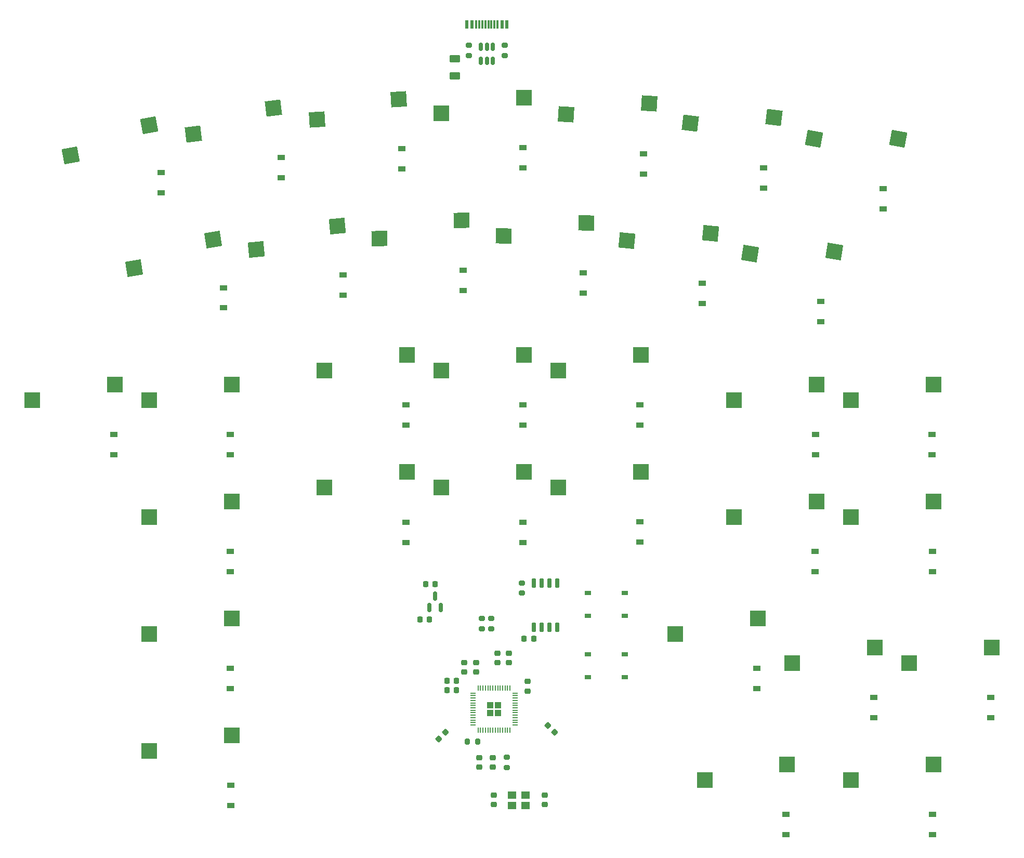
<source format=gbr>
%TF.GenerationSoftware,KiCad,Pcbnew,(6.0.1)*%
%TF.CreationDate,2023-02-18T19:59:15-08:00*%
%TF.ProjectId,StealthPad,53746561-6c74-4685-9061-642e6b696361,rev?*%
%TF.SameCoordinates,Original*%
%TF.FileFunction,Paste,Bot*%
%TF.FilePolarity,Positive*%
%FSLAX46Y46*%
G04 Gerber Fmt 4.6, Leading zero omitted, Abs format (unit mm)*
G04 Created by KiCad (PCBNEW (6.0.1)) date 2023-02-18 19:59:15*
%MOMM*%
%LPD*%
G01*
G04 APERTURE LIST*
G04 Aperture macros list*
%AMRoundRect*
0 Rectangle with rounded corners*
0 $1 Rounding radius*
0 $2 $3 $4 $5 $6 $7 $8 $9 X,Y pos of 4 corners*
0 Add a 4 corners polygon primitive as box body*
4,1,4,$2,$3,$4,$5,$6,$7,$8,$9,$2,$3,0*
0 Add four circle primitives for the rounded corners*
1,1,$1+$1,$2,$3*
1,1,$1+$1,$4,$5*
1,1,$1+$1,$6,$7*
1,1,$1+$1,$8,$9*
0 Add four rect primitives between the rounded corners*
20,1,$1+$1,$2,$3,$4,$5,0*
20,1,$1+$1,$4,$5,$6,$7,0*
20,1,$1+$1,$6,$7,$8,$9,0*
20,1,$1+$1,$8,$9,$2,$3,0*%
%AMRotRect*
0 Rectangle, with rotation*
0 The origin of the aperture is its center*
0 $1 length*
0 $2 width*
0 $3 Rotation angle, in degrees counterclockwise*
0 Add horizontal line*
21,1,$1,$2,0,0,$3*%
G04 Aperture macros list end*
%ADD10R,1.200000X0.900000*%
%ADD11R,2.550000X2.500000*%
%ADD12RoundRect,0.225000X0.250000X-0.225000X0.250000X0.225000X-0.250000X0.225000X-0.250000X-0.225000X0*%
%ADD13RoundRect,0.200000X0.275000X-0.200000X0.275000X0.200000X-0.275000X0.200000X-0.275000X-0.200000X0*%
%ADD14RoundRect,0.150000X0.150000X-0.587500X0.150000X0.587500X-0.150000X0.587500X-0.150000X-0.587500X0*%
%ADD15RoundRect,0.200000X-0.275000X0.200000X-0.275000X-0.200000X0.275000X-0.200000X0.275000X0.200000X0*%
%ADD16RoundRect,0.150000X0.150000X-0.512500X0.150000X0.512500X-0.150000X0.512500X-0.150000X-0.512500X0*%
%ADD17RotRect,2.550000X2.500000X183.500000*%
%ADD18R,0.998220X0.698500*%
%ADD19RotRect,2.550000X2.500000X170.750000*%
%ADD20RotRect,2.550000X2.500000X181.850000*%
%ADD21RoundRect,0.225000X-0.250000X0.225000X-0.250000X-0.225000X0.250000X-0.225000X0.250000X0.225000X0*%
%ADD22RotRect,2.550000X2.500000X190.500000*%
%ADD23RoundRect,0.225000X-0.225000X-0.250000X0.225000X-0.250000X0.225000X0.250000X-0.225000X0.250000X0*%
%ADD24R,1.400000X1.200000*%
%ADD25RotRect,2.550000X2.500000X169.500000*%
%ADD26RoundRect,0.225000X0.225000X0.250000X-0.225000X0.250000X-0.225000X-0.250000X0.225000X-0.250000X0*%
%ADD27RoundRect,0.225000X-0.017678X0.335876X-0.335876X0.017678X0.017678X-0.335876X0.335876X-0.017678X0*%
%ADD28RotRect,2.550000X2.500000X189.250000*%
%ADD29RotRect,2.550000X2.500000X176.500000*%
%ADD30RoundRect,0.150000X-0.150000X0.650000X-0.150000X-0.650000X0.150000X-0.650000X0.150000X0.650000X0*%
%ADD31RotRect,2.550000X2.500000X185.550000*%
%ADD32RoundRect,0.250000X-0.625000X0.375000X-0.625000X-0.375000X0.625000X-0.375000X0.625000X0.375000X0*%
%ADD33RotRect,2.550000X2.500000X187.000000*%
%ADD34RoundRect,0.200000X-0.200000X-0.275000X0.200000X-0.275000X0.200000X0.275000X-0.200000X0.275000X0*%
%ADD35RoundRect,0.250000X0.292217X0.292217X-0.292217X0.292217X-0.292217X-0.292217X0.292217X-0.292217X0*%
%ADD36RoundRect,0.050000X0.387500X0.050000X-0.387500X0.050000X-0.387500X-0.050000X0.387500X-0.050000X0*%
%ADD37RoundRect,0.050000X0.050000X0.387500X-0.050000X0.387500X-0.050000X-0.387500X0.050000X-0.387500X0*%
%ADD38RotRect,2.550000X2.500000X173.000000*%
%ADD39RotRect,2.550000X2.500000X178.150000*%
%ADD40RotRect,2.550000X2.500000X174.450000*%
%ADD41R,0.600000X1.450000*%
%ADD42R,0.300000X1.450000*%
%ADD43RoundRect,0.225000X-0.335876X-0.017678X-0.017678X-0.335876X0.335876X0.017678X0.017678X0.335876X0*%
G04 APERTURE END LIST*
D10*
%TO.C,D12*%
X109900000Y-108930000D03*
X109900000Y-105630000D03*
%TD*%
D11*
%TO.C,K21*%
X58780000Y-126750000D03*
X72230000Y-124210000D03*
%TD*%
D12*
%TO.C,C2*%
X114900000Y-192675000D03*
X114900000Y-191125000D03*
%TD*%
D13*
%TO.C,R6*%
X113000000Y-164025000D03*
X113000000Y-162375000D03*
%TD*%
D14*
%TO.C,U4*%
X106325000Y-160537500D03*
X104425000Y-160537500D03*
X105375000Y-158662500D03*
%TD*%
D15*
%TO.C,R5*%
X114550000Y-162375000D03*
X114550000Y-164025000D03*
%TD*%
D10*
%TO.C,D14*%
X148860000Y-111060000D03*
X148860000Y-107760000D03*
%TD*%
%TO.C,D26*%
X186350000Y-135670000D03*
X186350000Y-132370000D03*
%TD*%
D16*
%TO.C,U2*%
X114750000Y-71522500D03*
X113800000Y-71522500D03*
X112850000Y-71522500D03*
X112850000Y-69247500D03*
X113800000Y-69247500D03*
X114750000Y-69247500D03*
%TD*%
D10*
%TO.C,D24*%
X138730000Y-130860000D03*
X138730000Y-127560000D03*
%TD*%
D11*
%TO.C,K31*%
X58790000Y-145800000D03*
X72240000Y-143260000D03*
%TD*%
D17*
%TO.C,K02*%
X86158665Y-81094055D03*
X99428514Y-77737690D03*
%TD*%
D18*
%TO.C,SW1*%
X130250260Y-161924120D03*
X136249740Y-161924120D03*
X136249740Y-158225880D03*
X130250260Y-158225880D03*
%TD*%
D19*
%TO.C,K15*%
X156673993Y-102939964D03*
X170357380Y-102594981D03*
%TD*%
D10*
%TO.C,D02*%
X99975000Y-89075000D03*
X99975000Y-85775000D03*
%TD*%
D20*
%TO.C,K12*%
X96351837Y-100458927D03*
X109712828Y-97486045D03*
%TD*%
D10*
%TO.C,D15*%
X168180000Y-114030000D03*
X168180000Y-110730000D03*
%TD*%
D11*
%TO.C,K24*%
X125470000Y-121990000D03*
X138920000Y-119450000D03*
%TD*%
D21*
%TO.C,C10*%
X114775000Y-185025000D03*
X114775000Y-186575000D03*
%TD*%
D22*
%TO.C,K00*%
X46020366Y-86913786D03*
X58782266Y-81965251D03*
%TD*%
D10*
%TO.C,D20*%
X53010000Y-135640000D03*
X53010000Y-132340000D03*
%TD*%
%TO.C,D35*%
X167300000Y-154700000D03*
X167300000Y-151400000D03*
%TD*%
D23*
%TO.C,C7*%
X102875000Y-162500000D03*
X104425000Y-162500000D03*
%TD*%
D11*
%TO.C,K55*%
X149272500Y-188662500D03*
X162722500Y-186122500D03*
%TD*%
D12*
%TO.C,C5*%
X117400000Y-169575000D03*
X117400000Y-168025000D03*
%TD*%
D10*
%TO.C,D13*%
X129460000Y-109360000D03*
X129460000Y-106060000D03*
%TD*%
D24*
%TO.C,Y1*%
X120100000Y-192825000D03*
X117900000Y-192825000D03*
X117900000Y-191125000D03*
X120100000Y-191125000D03*
%TD*%
D25*
%TO.C,K06*%
X167086122Y-84231279D03*
X180773779Y-84184879D03*
%TD*%
D10*
%TO.C,D55*%
X162540000Y-197590000D03*
X162540000Y-194290000D03*
%TD*%
D11*
%TO.C,K41*%
X58800000Y-164860000D03*
X72250000Y-162320000D03*
%TD*%
%TO.C,K36*%
X173100000Y-145800000D03*
X186550000Y-143260000D03*
%TD*%
%TO.C,K26*%
X173100000Y-126750000D03*
X186550000Y-124210000D03*
%TD*%
D21*
%TO.C,C1*%
X123240000Y-191135000D03*
X123240000Y-192685000D03*
%TD*%
D11*
%TO.C,K51*%
X58780000Y-183910000D03*
X72230000Y-181370000D03*
%TD*%
D10*
%TO.C,D33*%
X119690000Y-149960000D03*
X119690000Y-146660000D03*
%TD*%
%TO.C,D45*%
X176840000Y-178550000D03*
X176840000Y-175250000D03*
%TD*%
D11*
%TO.C,K44*%
X144510000Y-164850000D03*
X157960000Y-162310000D03*
%TD*%
%TO.C,K22*%
X87370000Y-121990000D03*
X100820000Y-119450000D03*
%TD*%
%TO.C,K56*%
X173085000Y-188662500D03*
X186535000Y-186122500D03*
%TD*%
D10*
%TO.C,D00*%
X60775000Y-93025000D03*
X60775000Y-89725000D03*
%TD*%
%TO.C,D34*%
X138730000Y-149930000D03*
X138730000Y-146630000D03*
%TD*%
D15*
%TO.C,R3*%
X110900000Y-68985000D03*
X110900000Y-70635000D03*
%TD*%
D10*
%TO.C,D21*%
X72040000Y-135640000D03*
X72040000Y-132340000D03*
%TD*%
D21*
%TO.C,C4*%
X112050000Y-169500000D03*
X112050000Y-171050000D03*
%TD*%
D10*
%TO.C,D46*%
X195880000Y-178550000D03*
X195880000Y-175250000D03*
%TD*%
D11*
%TO.C,K20*%
X39750000Y-126740000D03*
X53200000Y-124200000D03*
%TD*%
D26*
%TO.C,C9*%
X108825000Y-172525000D03*
X107275000Y-172525000D03*
%TD*%
D10*
%TO.C,D51*%
X72060000Y-192830000D03*
X72060000Y-189530000D03*
%TD*%
D26*
%TO.C,C15*%
X105375000Y-156725000D03*
X103825000Y-156725000D03*
%TD*%
D13*
%TO.C,R1*%
X119550000Y-158225000D03*
X119550000Y-156575000D03*
%TD*%
D27*
%TO.C,C11*%
X107023008Y-180901992D03*
X105926992Y-181998008D03*
%TD*%
D10*
%TO.C,D22*%
X100620000Y-130860000D03*
X100620000Y-127560000D03*
%TD*%
%TO.C,D31*%
X72040000Y-154700000D03*
X72040000Y-151400000D03*
%TD*%
D28*
%TO.C,K10*%
X56347421Y-105296095D03*
X69214236Y-100627136D03*
%TD*%
D29*
%TO.C,K04*%
X126698791Y-80175420D03*
X140278768Y-78461261D03*
%TD*%
D30*
%TO.C,U1*%
X121420000Y-156575000D03*
X122690000Y-156575000D03*
X123960000Y-156575000D03*
X125230000Y-156575000D03*
X125230000Y-163775000D03*
X123960000Y-163775000D03*
X122690000Y-163775000D03*
X121420000Y-163775000D03*
%TD*%
D31*
%TO.C,K11*%
X76268848Y-102253725D03*
X89410142Y-98424824D03*
%TD*%
D11*
%TO.C,K33*%
X106420000Y-141040000D03*
X119870000Y-138500000D03*
%TD*%
D10*
%TO.C,D04*%
X139350000Y-89925000D03*
X139350000Y-86625000D03*
%TD*%
D13*
%TO.C,R7*%
X117050000Y-186600000D03*
X117050000Y-184950000D03*
%TD*%
D10*
%TO.C,D23*%
X119690000Y-130860000D03*
X119690000Y-127560000D03*
%TD*%
D11*
%TO.C,K03*%
X106410000Y-80020000D03*
X119860000Y-77480000D03*
%TD*%
D32*
%TO.C,F1*%
X108575000Y-71135000D03*
X108575000Y-73935000D03*
%TD*%
D11*
%TO.C,K23*%
X106420000Y-121990000D03*
X119870000Y-119450000D03*
%TD*%
%TO.C,K32*%
X87370000Y-141040000D03*
X100820000Y-138500000D03*
%TD*%
%TO.C,K46*%
X182610000Y-169612500D03*
X196060000Y-167072500D03*
%TD*%
%TO.C,K45*%
X163560000Y-169612500D03*
X177010000Y-167072500D03*
%TD*%
D33*
%TO.C,K01*%
X65975312Y-83395891D03*
X79015510Y-79235681D03*
%TD*%
D34*
%TO.C,R2*%
X110650000Y-182400000D03*
X112300000Y-182400000D03*
%TD*%
D10*
%TO.C,D05*%
X158900000Y-92200000D03*
X158900000Y-88900000D03*
%TD*%
D11*
%TO.C,K25*%
X154050000Y-126750000D03*
X167500000Y-124210000D03*
%TD*%
D10*
%TO.C,D06*%
X178350000Y-95600000D03*
X178350000Y-92300000D03*
%TD*%
D35*
%TO.C,U3*%
X114337500Y-177737500D03*
X114337500Y-176462500D03*
X115612500Y-176462500D03*
X115612500Y-177737500D03*
D36*
X118412500Y-174500000D03*
X118412500Y-174900000D03*
X118412500Y-175300000D03*
X118412500Y-175700000D03*
X118412500Y-176100000D03*
X118412500Y-176500000D03*
X118412500Y-176900000D03*
X118412500Y-177300000D03*
X118412500Y-177700000D03*
X118412500Y-178100000D03*
X118412500Y-178500000D03*
X118412500Y-178900000D03*
X118412500Y-179300000D03*
X118412500Y-179700000D03*
D37*
X117575000Y-180537500D03*
X117175000Y-180537500D03*
X116775000Y-180537500D03*
X116375000Y-180537500D03*
X115975000Y-180537500D03*
X115575000Y-180537500D03*
X115175000Y-180537500D03*
X114775000Y-180537500D03*
X114375000Y-180537500D03*
X113975000Y-180537500D03*
X113575000Y-180537500D03*
X113175000Y-180537500D03*
X112775000Y-180537500D03*
X112375000Y-180537500D03*
D36*
X111537500Y-179700000D03*
X111537500Y-179300000D03*
X111537500Y-178900000D03*
X111537500Y-178500000D03*
X111537500Y-178100000D03*
X111537500Y-177700000D03*
X111537500Y-177300000D03*
X111537500Y-176900000D03*
X111537500Y-176500000D03*
X111537500Y-176100000D03*
X111537500Y-175700000D03*
X111537500Y-175300000D03*
X111537500Y-174900000D03*
X111537500Y-174500000D03*
D37*
X112375000Y-173662500D03*
X112775000Y-173662500D03*
X113175000Y-173662500D03*
X113575000Y-173662500D03*
X113975000Y-173662500D03*
X114375000Y-173662500D03*
X114775000Y-173662500D03*
X115175000Y-173662500D03*
X115575000Y-173662500D03*
X115975000Y-173662500D03*
X116375000Y-173662500D03*
X116775000Y-173662500D03*
X117175000Y-173662500D03*
X117575000Y-173662500D03*
%TD*%
D26*
%TO.C,C3*%
X121425000Y-165650000D03*
X119875000Y-165650000D03*
%TD*%
D10*
%TO.C,D11*%
X90375000Y-109700000D03*
X90375000Y-106400000D03*
%TD*%
%TO.C,D01*%
X80275000Y-90500000D03*
X80275000Y-87200000D03*
%TD*%
D11*
%TO.C,K34*%
X125470000Y-141040000D03*
X138920000Y-138500000D03*
%TD*%
D10*
%TO.C,D44*%
X157790000Y-173780000D03*
X157790000Y-170480000D03*
%TD*%
D12*
%TO.C,C8*%
X110075000Y-171050000D03*
X110075000Y-169500000D03*
%TD*%
D10*
%TO.C,D25*%
X167320000Y-135670000D03*
X167320000Y-132370000D03*
%TD*%
D11*
%TO.C,K35*%
X154050000Y-145800000D03*
X167500000Y-143260000D03*
%TD*%
D10*
%TO.C,D56*%
X186360000Y-197580000D03*
X186360000Y-194280000D03*
%TD*%
D26*
%TO.C,C16*%
X108825000Y-174050000D03*
X107275000Y-174050000D03*
%TD*%
D12*
%TO.C,C13*%
X115500000Y-169575000D03*
X115500000Y-168025000D03*
%TD*%
%TO.C,C14*%
X120450000Y-174150000D03*
X120450000Y-172600000D03*
%TD*%
D10*
%TO.C,D41*%
X72040000Y-173770000D03*
X72040000Y-170470000D03*
%TD*%
%TO.C,D10*%
X70950000Y-111750000D03*
X70950000Y-108450000D03*
%TD*%
%TO.C,D32*%
X100620000Y-149960000D03*
X100620000Y-146660000D03*
%TD*%
D38*
%TO.C,K05*%
X146944408Y-81611974D03*
X160603702Y-80730050D03*
%TD*%
D39*
%TO.C,K13*%
X116505835Y-99983721D03*
X130030823Y-97879251D03*
%TD*%
D18*
%TO.C,SW2*%
X136269740Y-168210880D03*
X130270260Y-168210880D03*
X130270260Y-171909120D03*
X136269740Y-171909120D03*
%TD*%
D40*
%TO.C,K14*%
X136640157Y-100810089D03*
X150272760Y-99582805D03*
%TD*%
D10*
%TO.C,D03*%
X119700000Y-88925000D03*
X119700000Y-85625000D03*
%TD*%
D21*
%TO.C,C6*%
X112550000Y-185025000D03*
X112550000Y-186575000D03*
%TD*%
D10*
%TO.C,D36*%
X186370000Y-154700000D03*
X186370000Y-151400000D03*
%TD*%
D41*
%TO.C,J1*%
X110550000Y-65595000D03*
X111350000Y-65595000D03*
D42*
X112550000Y-65595000D03*
X113550000Y-65595000D03*
X114050000Y-65595000D03*
X115050000Y-65595000D03*
D41*
X116250000Y-65595000D03*
X117050000Y-65595000D03*
X117050000Y-65595000D03*
X116250000Y-65595000D03*
D42*
X115550000Y-65595000D03*
X114550000Y-65595000D03*
X113050000Y-65595000D03*
X112050000Y-65595000D03*
D41*
X111350000Y-65595000D03*
X110550000Y-65595000D03*
%TD*%
D15*
%TO.C,R4*%
X116675000Y-68985000D03*
X116675000Y-70635000D03*
%TD*%
D43*
%TO.C,C12*%
X123703984Y-179753984D03*
X124800000Y-180850000D03*
%TD*%
M02*

</source>
